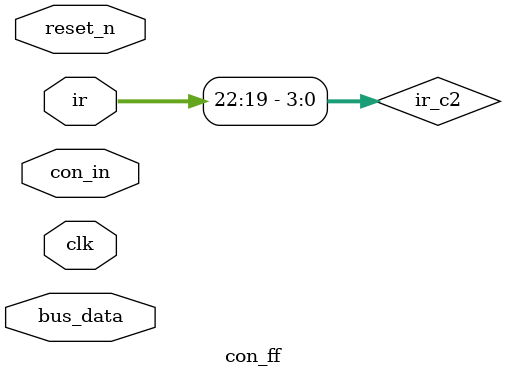
<source format=v>
module con_ff(clk, reset_n, con_in, ir, bus_data);

parameter REG_SIZE = 32;

input clk;
input reset_n;
input con_in;
input [REG_SIZE - 1:0] ir;
input [REG_SIZE - 1:0] bus_data;

wire [3:0] ir_c2;
assign ir_c2 = ir[22:19];

wire [3:0] decoder_out;

dec_2to4 decoder(
	.code(ir_c2[1:0]),
	.out(decoder_out));
	
wire equals_zero;
assign equals_zero = decoder_out[0] & ~(|bus_data);
wire not_equals_zero;
assign not_equals_zero = decoder_out[1] & (|bus_data);
wire greater_than_zero;
assign greater_than_zero = decoder_out[2] & ~(bus_data[31]);
wire less_than_zero;
assign less_than_zero = decoder_out[3] & bus_data[31];

wire con_reg_d;
assign con_reg_d = equals_zero | not_equals_zero | greater_than_zero | less_than_zero;

wire con_reg_q;

gp_register #(.GP_REG_SIZE(1)) con(clk, reset_n, con_in, con_reg_d, con_reg_q);

endmodule

</source>
